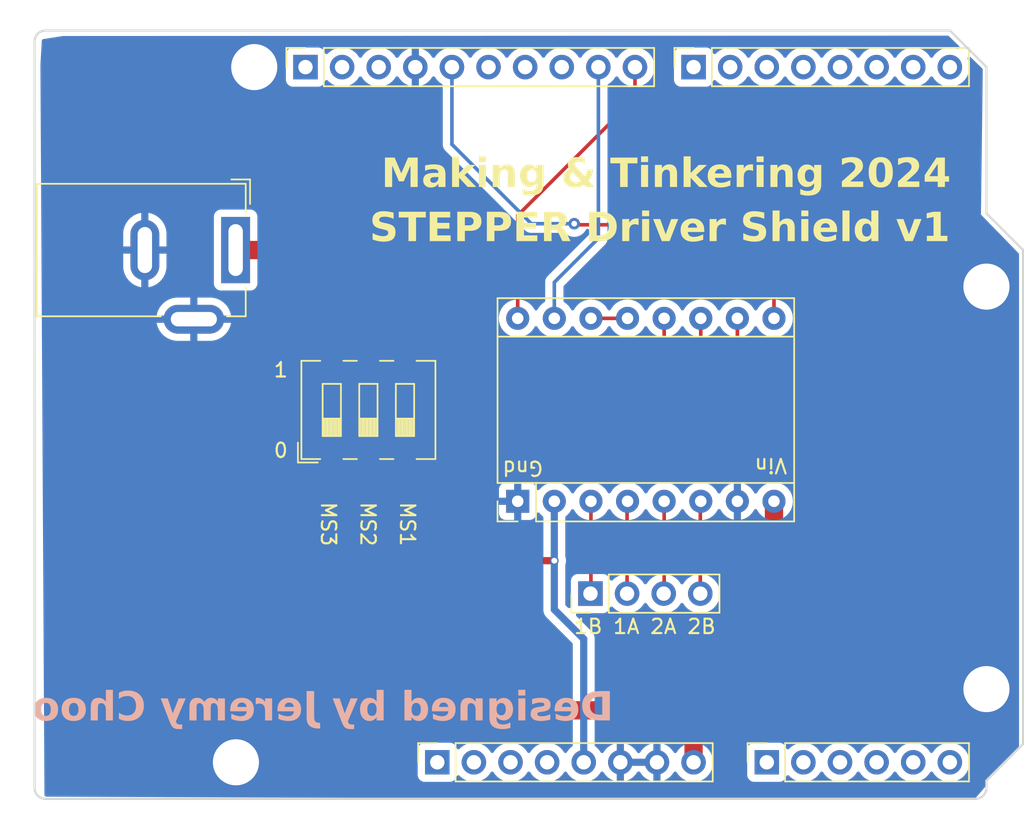
<source format=kicad_pcb>
(kicad_pcb (version 20240108) (generator "pcbnew") (generator_version "8.0")
  (title_block (date "mar. 31 mars 2015"))
  (layers (0 "F.Cu" signal) (31 "B.Cu" signal) (34 "B.Paste" user) (35 "F.Paste" user) (36 "B.SilkS" user "B.Silkscreen") (37 "F.SilkS" user "F.Silkscreen") (38 "B.Mask" user) (39 "F.Mask" user) (44 "Edge.Cuts" user))
  (net 0 "")
  (net 1 "GND")
  (net 3 "+5V")
  (net 4 "/IOREF")
  (net 5 "/A0")
  (net 6 "/A1")
  (net 7 "/A2")
  (net 8 "/A3")
  (net 9 "/SDA{slash}A4")
  (net 10 "/SCL{slash}A5")
  (net 11 "/13")
  (net 12 "/12")
  (net 13 "/AREF")
  (net 14 "/8")
  (net 15 "/7")
  (net 16 "/*11")
  (net 17 "/*10")
  (net 18 "/*9")
  (net 19 "/4")
  (net 20 "/2")
  (net 21 "/*6")
  (net 22 "/*5")
  (net 23 "/TX{slash}1")
  (net 24 "/*3")
  (net 25 "/RX{slash}0")
  (net 26 "+3V3")
  (net 27 "/~{RESET}")
  (net 28 "Net-(A1-MS3)")
  (net 29 "Net-(A1-MS2)")
  (net 30 "Net-(A1-~{RESET})")
  (net 31 "Net-(A1-MS1)")
  (net 32 "+12V")
  (net 33 "Net-(A1-2A)")
  (net 34 "Net-(A1-1B)")
  (net 35 "Net-(A1-2B)")
  (net 36 "Net-(A1-1A)")
  (footprint "Connector_PinSocket_2.54mm:PinSocket_1x08_P2.54mm_Vertical" (layer "F.Cu") (at 127.94 97.46 90)
    (property "Reference" "J1" (hide yes))
    (property "Value" "Power")
    (fp_line (start 1.33 -1.33) (end 1.33 0) (stroke (width 0.12)) (layer "F.SilkS"))
    (fp_line (start 0 -1.33) (end 1.33 -1.33) (stroke (width 0.12)) (layer "F.SilkS"))
    (fp_line (start 1.33 1.27) (end 1.33 19.11) (stroke (width 0.12)) (layer "F.SilkS"))
    (fp_line (start -1.33 1.27) (end 1.33 1.27) (stroke (width 0.12)) (layer "F.SilkS"))
    (fp_line (start -1.33 1.27) (end -1.33 19.11) (stroke (width 0.12)) (layer "F.SilkS"))
    (fp_line (start -1.33 19.11) (end 1.33 19.11) (stroke (width 0.12)) (layer "F.SilkS"))
    (pad "1" thru_hole rect (at 0 0 90) (size 1.7 1.7) (drill 1) (layers "*.Cu" "*.Mask"))
    (pad "2" thru_hole oval (at 0 2.54 90) (size 1.7 1.7) (drill 1) (layers "*.Cu" "*.Mask") (net 4 "/IOREF"))
    (pad "3" thru_hole oval (at 0 5.08 90) (size 1.7 1.7) (drill 1) (layers "*.Cu" "*.Mask") (net 27 "/~{RESET}"))
    (pad "4" thru_hole oval (at 0 7.62 90) (size 1.7 1.7) (drill 1) (layers "*.Cu" "*.Mask") (net 26 "+3V3"))
    (pad "5" thru_hole oval (at 0 10.16 90) (size 1.7 1.7) (drill 1) (layers "*.Cu" "*.Mask") (net 3 "+5V"))
    (pad "6" thru_hole oval (at 0 12.7 90) (size 1.7 1.7) (drill 1) (layers "*.Cu" "*.Mask") (net 1 "GND"))
    (pad "7" thru_hole oval (at 0 15.24 90) (size 1.7 1.7) (drill 1) (layers "*.Cu" "*.Mask") (net 1 "GND"))
    (pad "8" thru_hole oval (at 0 17.78 90) (size 1.7 1.7) (drill 1) (layers "*.Cu" "*.Mask") (net 32 "+12V"))
  )
  (footprint "Connector_PinSocket_2.54mm:PinSocket_1x06_P2.54mm_Vertical" (layer "F.Cu") (at 150.8 97.46 90)
    (property "Reference" "J3" (hide yes))
    (property "Value" "Analog")
    (fp_line (start 1.33 -1.33) (end 1.33 0) (stroke (width 0.12)) (layer "F.SilkS"))
    (fp_line (start 0 -1.33) (end 1.33 -1.33) (stroke (width 0.12)) (layer "F.SilkS"))
    (fp_line (start 1.33 1.27) (end 1.33 14.03) (stroke (width 0.12)) (layer "F.SilkS"))
    (fp_line (start -1.33 1.27) (end 1.33 1.27) (stroke (width 0.12)) (layer "F.SilkS"))
    (fp_line (start -1.33 1.27) (end -1.33 14.03) (stroke (width 0.12)) (layer "F.SilkS"))
    (fp_line (start -1.33 14.03) (end 1.33 14.03) (stroke (width 0.12)) (layer "F.SilkS"))
    (pad "1" thru_hole rect (at 0 0 90) (size 1.7 1.7) (drill 1) (layers "*.Cu" "*.Mask") (net 5 "/A0"))
    (pad "2" thru_hole oval (at 0 2.54 90) (size 1.7 1.7) (drill 1) (layers "*.Cu" "*.Mask") (net 6 "/A1"))
    (pad "3" thru_hole oval (at 0 5.08 90) (size 1.7 1.7) (drill 1) (layers "*.Cu" "*.Mask") (net 7 "/A2"))
    (pad "4" thru_hole oval (at 0 7.62 90) (size 1.7 1.7) (drill 1) (layers "*.Cu" "*.Mask") (net 8 "/A3"))
    (pad "5" thru_hole oval (at 0 10.16 90) (size 1.7 1.7) (drill 1) (layers "*.Cu" "*.Mask") (net 9 "/SDA{slash}A4"))
    (pad "6" thru_hole oval (at 0 12.7 90) (size 1.7 1.7) (drill 1) (layers "*.Cu" "*.Mask") (net 10 "/SCL{slash}A5"))
  )
  (footprint "Connector_PinSocket_2.54mm:PinSocket_1x10_P2.54mm_Vertical" (layer "F.Cu") (at 118.796 49.2 90)
    (property "Reference" "J2" (hide yes))
    (property "Value" "Digital/PWM")
    (fp_line (start 1.33 -1.33) (end 1.33 0) (stroke (width 0.12)) (layer "F.SilkS"))
    (fp_line (start 0 -1.33) (end 1.33 -1.33) (stroke (width 0.12)) (layer "F.SilkS"))
    (fp_line (start 1.33 1.27) (end 1.33 24.19) (stroke (width 0.12)) (layer "F.SilkS"))
    (fp_line (start -1.33 1.27) (end 1.33 1.27) (stroke (width 0.12)) (layer "F.SilkS"))
    (fp_line (start -1.33 1.27) (end -1.33 24.19) (stroke (width 0.12)) (layer "F.SilkS"))
    (fp_line (start -1.33 24.19) (end 1.33 24.19) (stroke (width 0.12)) (layer "F.SilkS"))
    (pad "1" thru_hole rect (at 0 0 90) (size 1.7 1.7) (drill 1) (layers "*.Cu" "*.Mask"))
    (pad "2" thru_hole oval (at 0 2.54 90) (size 1.7 1.7) (drill 1) (layers "*.Cu" "*.Mask"))
    (pad "3" thru_hole oval (at 0 5.08 90) (size 1.7 1.7) (drill 1) (layers "*.Cu" "*.Mask") (net 13 "/AREF"))
    (pad "4" thru_hole oval (at 0 7.62 90) (size 1.7 1.7) (drill 1) (layers "*.Cu" "*.Mask") (net 1 "GND"))
    (pad "5" thru_hole oval (at 0 10.16 90) (size 1.7 1.7) (drill 1) (layers "*.Cu" "*.Mask") (net 11 "/13"))
    (pad "6" thru_hole oval (at 0 12.7 90) (size 1.7 1.7) (drill 1) (layers "*.Cu" "*.Mask") (net 12 "/12"))
    (pad "7" thru_hole oval (at 0 15.24 90) (size 1.7 1.7) (drill 1) (layers "*.Cu" "*.Mask") (net 16 "/*11"))
    (pad "8" thru_hole oval (at 0 17.78 90) (size 1.7 1.7) (drill 1) (layers "*.Cu" "*.Mask") (net 17 "/*10"))
    (pad "9" thru_hole oval (at 0 20.32 90) (size 1.7 1.7) (drill 1) (layers "*.Cu" "*.Mask") (net 18 "/*9"))
    (pad "10" thru_hole oval (at 0 22.86 90) (size 1.7 1.7) (drill 1) (layers "*.Cu" "*.Mask") (net 14 "/8"))
  )
  (footprint "Connector_PinSocket_2.54mm:PinSocket_1x08_P2.54mm_Vertical" (layer "F.Cu") (at 145.72 49.2 90)
    (property "Reference" "J4" (hide yes))
    (property "Value" "Digital/PWM")
    (fp_line (start 1.33 -1.33) (end 1.33 0) (stroke (width 0.12)) (layer "F.SilkS"))
    (fp_line (start 0 -1.33) (end 1.33 -1.33) (stroke (width 0.12)) (layer "F.SilkS"))
    (fp_line (start 1.33 1.27) (end 1.33 19.11) (stroke (width 0.12)) (layer "F.SilkS"))
    (fp_line (start -1.33 1.27) (end 1.33 1.27) (stroke (width 0.12)) (layer "F.SilkS"))
    (fp_line (start -1.33 1.27) (end -1.33 19.11) (stroke (width 0.12)) (layer "F.SilkS"))
    (fp_line (start -1.33 19.11) (end 1.33 19.11) (stroke (width 0.12)) (layer "F.SilkS"))
    (pad "1" thru_hole rect (at 0 0 90) (size 1.7 1.7) (drill 1) (layers "*.Cu" "*.Mask") (net 15 "/7"))
    (pad "2" thru_hole oval (at 0 2.54 90) (size 1.7 1.7) (drill 1) (layers "*.Cu" "*.Mask") (net 21 "/*6"))
    (pad "3" thru_hole oval (at 0 5.08 90) (size 1.7 1.7) (drill 1) (layers "*.Cu" "*.Mask") (net 22 "/*5"))
    (pad "4" thru_hole oval (at 0 7.62 90) (size 1.7 1.7) (drill 1) (layers "*.Cu" "*.Mask") (net 19 "/4"))
    (pad "5" thru_hole oval (at 0 10.16 90) (size 1.7 1.7) (drill 1) (layers "*.Cu" "*.Mask") (net 24 "/*3"))
    (pad "6" thru_hole oval (at 0 12.7 90) (size 1.7 1.7) (drill 1) (layers "*.Cu" "*.Mask") (net 20 "/2"))
    (pad "7" thru_hole oval (at 0 15.24 90) (size 1.7 1.7) (drill 1) (layers "*.Cu" "*.Mask") (net 23 "/TX{slash}1"))
    (pad "8" thru_hole oval (at 0 17.78 90) (size 1.7 1.7) (drill 1) (layers "*.Cu" "*.Mask") (net 25 "/RX{slash}0"))
  )
  (footprint "Connector_BarrelJack:BarrelJack_GCT_DCJ200-10-A_Horizontal" (layer "F.Cu") (at 113.95 61.9 -90)
    (property "Reference" "J7")
    (property "Value" "Barrel_Jack_Switch_Pin3Ring")
    (fp_line (start -4.6 13.8) (end -4.6 -0.7) (stroke (width 0.12)) (layer "F.SilkS"))
    (fp_line (start 4.6 13.8) (end -4.6 13.8) (stroke (width 0.12)) (layer "F.SilkS"))
    (fp_line (start 4.6 5.2) (end 4.6 13.8) (stroke (width 0.12)) (layer "F.SilkS"))
    (fp_line (start -4.6 -0.7) (end -2.6 -0.7) (stroke (width 0.12)) (layer "F.SilkS"))
    (fp_line (start 2.6 -0.7) (end 4.6 -0.7) (stroke (width 0.12)) (layer "F.SilkS"))
    (fp_line (start 4.6 -0.7) (end 4.6 0.6) (stroke (width 0.12)) (layer "F.SilkS"))
    (fp_line (start -4.9 -1) (end -4.9 0.3) (stroke (width 0.12)) (layer "F.SilkS"))
    (fp_line (start -3.2 -1) (end -4.9 -1) (stroke (width 0.12)) (layer "F.SilkS"))
    (pad "1" thru_hole rect (at 0 0 270) (size 4.6 2) (drill oval 3.6 1) (layers "*.Cu" "*.Mask") (net 32 "+12V"))
    (pad "2" thru_hole oval (at 0 6.3 270) (size 4.2 2) (drill oval 3.2 1) (layers "*.Cu" "*.Mask") (net 1 "GND"))
    (pad "3" thru_hole oval (at 4.8 2.9 270) (size 2 4.2) (drill oval 1 3.2) (layers "*.Cu" "*.Mask") (net 1 "GND"))
  )
  (footprint "Arduino_MountingHole:MountingHole_3.2mm" (layer "F.Cu") (at 115.24 49.2)
    (property "Reference" "MH1" (hide yes))
    (property "Value" "MountingHole_3.2mm" (hide yes))
    (pad "" np_thru_hole circle (at 0 0) (size 3.2 3.2) (drill 3.2) (layers "*.Cu" "*.Mask"))
  )
  (footprint "Button_Switch_SMD:SW_DIP_SPSTx03_Slide_6.7x9.18mm_W8.61mm_P2.54mm_LowProfile" (layer "F.Cu") (at 123.16 73 90)
    (property "Reference" "SW1" (hide yes))
    (property "Value" "SW_DIP_x03")
    (fp_line (start -3.65 -4.89) (end -2.267 -4.89) (stroke (width 0.12)) (layer "F.SilkS"))
    (fp_line (start -3.65 -4.89) (end -3.65 -3.507) (stroke (width 0.12)) (layer "F.SilkS"))
    (fp_line (start 3.41 -4.65) (end 3.41 -3.34) (stroke (width 0.12)) (layer "F.SilkS"))
    (fp_line (start -3.41 -4.65) (end 3.41 -4.65) (stroke (width 0.12)) (layer "F.SilkS"))
    (fp_line (start -3.41 -4.65) (end -3.41 -3.34) (stroke (width 0.12)) (layer "F.SilkS"))
    (fp_line (start 1.81 -3.175) (end -1.81 -3.175) (stroke (width 0.12)) (layer "F.SilkS"))
    (fp_line (start -0.603333 -3.175) (end -0.603333 -1.905) (stroke (width 0.12)) (layer "F.SilkS"))
    (fp_line (start -1.81 -3.175) (end -1.81 -1.905) (stroke (width 0.12)) (layer "F.SilkS"))
    (fp_line (start -1.81 -3.055) (end -0.603333 -3.055) (stroke (width 0.12)) (layer "F.SilkS"))
    (fp_line (start -1.81 -2.935) (end -0.603333 -2.935) (stroke (width 0.12)) (layer "F.SilkS"))
    (fp_line (start -1.81 -2.815) (end -0.603333 -2.815) (stroke (width 0.12)) (layer "F.SilkS"))
    (fp_line (start -1.81 -2.695) (end -0.603333 -2.695) (stroke (width 0.12)) (layer "F.SilkS"))
    (fp_line (start -1.81 -2.575) (end -0.603333 -2.575) (stroke (width 0.12)) (layer "F.SilkS"))
    (fp_line (start -1.81 -2.455) (end -0.603333 -2.455) (stroke (width 0.12)) (layer "F.SilkS"))
    (fp_line (start -1.81 -2.335) (end -0.603333 -2.335) (stroke (width 0.12)) (layer "F.SilkS"))
    (fp_line (start -1.81 -2.215) (end -0.603333 -2.215) (stroke (width 0.12)) (layer "F.SilkS"))
    (fp_line (start -1.81 -2.095) (end -0.603333 -2.095) (stroke (width 0.12)) (layer "F.SilkS"))
    (fp_line (start -1.81 -1.975) (end -0.603333 -1.975) (stroke (width 0.12)) (layer "F.SilkS"))
    (fp_line (start 1.81 -1.905) (end 1.81 -3.175) (stroke (width 0.12)) (layer "F.SilkS"))
    (fp_line (start -1.81 -1.905) (end 1.81 -1.905) (stroke (width 0.12)) (layer "F.SilkS"))
    (fp_line (start 3.41 -1.74) (end 3.41 -0.8) (stroke (width 0.12)) (layer "F.SilkS"))
    (fp_line (start -3.41 -1.74) (end -3.41 -0.8) (stroke (width 0.12)) (layer "F.SilkS"))
    (fp_line (start 1.81 -0.635) (end -1.81 -0.635) (stroke (width 0.12)) (layer "F.SilkS"))
    (fp_line (start -0.603333 -0.635) (end -0.603333 0.635) (stroke (width 0.12)) (layer "F.SilkS"))
    (fp_line (start -1.81 -0.635) (end -1.81 0.635) (stroke (width 0.12)) (layer "F.SilkS"))
    (fp_line (start -1.81 -0.515) (end -0.603333 -0.515) (stroke (width 0.12)) (layer "F.SilkS"))
    (fp_line (start -1.81 -0.395) (end -0.603333 -0.395) (stroke (width 0.12)) (layer "F.SilkS"))
    (fp_line (start -1.81 -0.275) (end -0.603333 -0.275) (stroke (width 0.12)) (layer "F.SilkS"))
    (fp_line (start -1.81 -0.155) (end -0.603333 -0.155) (stroke (width 0.12)) (layer "F.SilkS"))
    (fp_line (start -1.81 -0.035) (end -0.603333 -0.035) (stroke (width 0.12)) (layer "F.SilkS"))
    (fp_line (start -1.81 0.085) (end -0.603333 0.085) (stroke (width 0.12)) (layer "F.SilkS"))
    (fp_line (start -1.81 0.205) (end -0.603333 0.205) (stroke (width 0.12)) (layer "F.SilkS"))
    (fp_line (start -1.81 0.325) (end -0.603333 0.325) (stroke (width 0.12)) (layer "F.SilkS"))
    (fp_line (start -1.81 0.445) (end -0.603333 0.445) (stroke (width 0.12)) (layer "F.SilkS"))
    (fp_line (start -1.81 0.565) (end -0.603333 0.565) (stroke (width 0.12)) (layer "F.SilkS"))
    (fp_line (start 1.81 0.635) (end 1.81 -0.635) (stroke (width 0.12)) (layer "F.SilkS"))
    (fp_line (start -1.81 0.635) (end 1.81 0.635) (stroke (width 0.12)) (layer "F.SilkS"))
    (fp_line (start 3.41 0.8) (end 3.41 1.74) (stroke (width 0.12)) (layer "F.SilkS"))
    (fp_line (start -3.41 0.8) (end -3.41 1.74) (stroke (width 0.12)) (layer "F.SilkS"))
    (fp_line (start 1.81 1.905) (end -1.81 1.905) (stroke (width 0.12)) (layer "F.SilkS"))
    (fp_line (start -0.603333 1.905) (end -0.603333 3.175) (stroke (width 0.12)) (layer "F.SilkS"))
    (fp_line (start -1.81 1.905) (end -1.81 3.175) (stroke (width 0.12)) (layer "F.SilkS"))
    (fp_line (start -1.81 2.025) (end -0.603333 2.025) (stroke (width 0.12)) (layer "F.SilkS"))
    (fp_line (start -1.81 2.145) (end -0.603333 2.145) (stroke (width 0.12)) (layer "F.SilkS"))
    (fp_line (start -1.81 2.265) (end -0.603333 2.265) (stroke (width 0.12)) (layer "F.SilkS"))
    (fp_line (start -1.81 2.385) (end -0.603333 2.385) (stroke (width 0.12)) (layer "F.SilkS"))
    (fp_line (start -1.81 2.505) (end -0.603333 2.505) (stroke (width 0.12)) (layer "F.SilkS"))
    (fp_line (start -1.81 2.625) (end -0.603333 2.625) (stroke (width 0.12)) (layer "F.SilkS"))
    (fp_line (start -1.81 2.745) (end -0.603333 2.745) (stroke (width 0.12)) (layer "F.SilkS"))
    (fp_line (start -1.81 2.865) (end -0.603333 2.865) (stroke (width 0.12)) (layer "F.SilkS"))
    (fp_line (start -1.81 2.985) (end -0.603333 2.985) (stroke (width 0.12)) (layer "F.SilkS"))
    (fp_line (start -1.81 3.105) (end -0.603333 3.105) (stroke (width 0.12)) (layer "F.SilkS"))
    (fp_line (start 1.81 3.175) (end 1.81 1.905) (stroke (width 0.12)) (layer "F.SilkS"))
    (fp_line (start -1.81 3.175) (end 1.81 3.175) (stroke (width 0.12)) (layer "F.SilkS"))
    (fp_line (start 3.41 3.34) (end 3.41 4.65) (stroke (width 0.12)) (layer "F.SilkS"))
    (fp_line (start -3.41 3.34) (end -3.41 4.65) (stroke (width 0.12)) (layer "F.SilkS"))
    (fp_line (start -3.41 4.65) (end 3.41 4.65) (stroke (width 0.12)) (layer "F.SilkS"))
    (pad "1" smd rect (at -4.305 -2.54 90) (size 2.44 1.12) (layers "F.Cu" "F.Paste" "F.Mask") (net 28 "Net-(A1-MS3)"))
    (pad "2" smd rect (at -4.305 0 90) (size 2.44 1.12) (layers "F.Cu" "F.Paste" "F.Mask") (net 29 "Net-(A1-MS2)"))
    (pad "3" smd rect (at -4.305 2.54 90) (size 2.44 1.12) (layers "F.Cu" "F.Paste" "F.Mask") (net 31 "Net-(A1-MS1)"))
    (pad "4" smd rect (at 4.305 2.54 90) (size 2.44 1.12) (layers "F.Cu" "F.Paste" "F.Mask") (net 3 "+5V"))
    (pad "5" smd rect (at 4.305 0 90) (size 2.44 1.12) (layers "F.Cu" "F.Paste" "F.Mask") (net 3 "+5V"))
    (pad "6" smd rect (at 4.305 -2.54 90) (size 2.44 1.12) (layers "F.Cu" "F.Paste" "F.Mask") (net 3 "+5V"))
  )
  (footprint "Connector_PinHeader_2.54mm:PinHeader_1x04_P2.54mm_Vertical" (layer "F.Cu") (at 138.5672 85.7506 90)
    (property "Reference" "J5")
    (property "Value" "Conn_01x04")
    (fp_line (start -1.33 -1.33) (end 0 -1.33) (stroke (width 0.12)) (layer "F.SilkS"))
    (fp_line (start -1.33 0) (end -1.33 -1.33) (stroke (width 0.12)) (layer "F.SilkS"))
    (fp_line (start 1.33 1.27) (end 1.33 8.95) (stroke (width 0.12)) (layer "F.SilkS"))
    (fp_line (start -1.33 1.27) (end 1.33 1.27) (stroke (width 0.12)) (layer "F.SilkS"))
    (fp_line (start -1.33 1.27) (end -1.33 8.95) (stroke (width 0.12)) (layer "F.SilkS"))
    (fp_line (start -1.33 8.95) (end 1.33 8.95) (stroke (width 0.12)) (layer "F.SilkS"))
    (pad "1" thru_hole rect (at 0 0 90) (size 1.7 1.7) (drill 1) (layers "*.Cu" "*.Mask") (net 34 "Net-(A1-1B)"))
    (pad "2" thru_hole oval (at 0 2.54 90) (size 1.7 1.7) (drill 1) (layers "*.Cu" "*.Mask") (net 36 "Net-(A1-1A)"))
    (pad "3" thru_hole oval (at 0 5.08 90) (size 1.7 1.7) (drill 1) (layers "*.Cu" "*.Mask") (net 33 "Net-(A1-2A)"))
    (pad "4" thru_hole oval (at 0 7.62 90) (size 1.7 1.7) (drill 1) (layers "*.Cu" "*.Mask") (net 35 "Net-(A1-2B)"))
  )
  (footprint "Module:Pololu_Breakout-16_15.2x20.3mm" (layer "F.Cu") (at 133.52 79.34 90)
    (property "Reference" "A1")
    (property "Value" "Pololu_Breakout_A4988")
    (fp_line (start 14.1 -1.4) (end 1.27 -1.4) (stroke (width 0.12)) (layer "F.SilkS"))
    (fp_line (start 11.43 -1.4) (end 11.43 19.18) (stroke (width 0.12)) (layer "F.SilkS"))
    (fp_line (start 1.27 -1.4) (end 1.27 1.27) (stroke (width 0.12)) (layer "F.SilkS"))
    (fp_line (start 0 -1.4) (end -1.4 -1.4) (stroke (width 0.12)) (layer "F.SilkS"))
    (fp_line (start -1.4 -1.4) (end -1.4 0) (stroke (width 0.12)) (layer "F.SilkS"))
    (fp_line (start 1.27 1.27) (end -1.4 1.27) (stroke (width 0.12)) (layer "F.SilkS"))
    (fp_line (start 1.27 1.27) (end 1.27 19.18) (stroke (width 0.12)) (layer "F.SilkS"))
    (fp_line (start -1.4 1.27) (end -1.4 19.18) (stroke (width 0.12)) (layer "F.SilkS"))
    (fp_line (start 14.1 19.18) (end 14.1 -1.4) (stroke (width 0.12)) (layer "F.SilkS"))
    (fp_line (start -1.4 19.18) (end 14.1 19.18) (stroke (width 0.12)) (layer "F.SilkS"))
    (pad "1" thru_hole rect (at 0 0 90) (size 1.6 1.6) (drill 0.8) (layers "*.Cu" "*.Mask") (net 1 "GND"))
    (pad "2" thru_hole oval (at 0 2.54 90) (size 1.6 1.6) (drill 0.8) (layers "*.Cu" "*.Mask") (net 3 "+5V"))
    (pad "3" thru_hole oval (at 0 5.08 90) (size 1.6 1.6) (drill 0.8) (layers "*.Cu" "*.Mask") (net 34 "Net-(A1-1B)"))
    (pad "4" thru_hole oval (at 0 7.62 90) (size 1.6 1.6) (drill 0.8) (layers "*.Cu" "*.Mask") (net 36 "Net-(A1-1A)"))
    (pad "5" thru_hole oval (at 0 10.16 90) (size 1.6 1.6) (drill 0.8) (layers "*.Cu" "*.Mask") (net 33 "Net-(A1-2A)"))
    (pad "6" thru_hole oval (at 0 12.7 90) (size 1.6 1.6) (drill 0.8) (layers "*.Cu" "*.Mask") (net 35 "Net-(A1-2B)"))
    (pad "7" thru_hole oval (at 0 15.24 90) (size 1.6 1.6) (drill 0.8) (layers "*.Cu" "*.Mask") (net 1 "GND"))
    (pad "8" thru_hole oval (at 0 17.78 90) (size 1.6 1.6) (drill 0.8) (layers "*.Cu" "*.Mask") (net 32 "+12V"))
    (pad "9" thru_hole oval (at 12.7 17.78 90) (size 1.6 1.6) (drill 0.8) (layers "*.Cu" "*.Mask") (net 11 "/13"))
    (pad "10" thru_hole oval (at 12.7 15.24 90) (size 1.6 1.6) (drill 0.8) (layers "*.Cu" "*.Mask") (net 31 "Net-(A1-MS1)"))
    (pad "11" thru_hole oval (at 12.7 12.7 90) (size 1.6 1.6) (drill 0.8) (layers "*.Cu" "*.Mask") (net 29 "Net-(A1-MS2)"))
    (pad "12" thru_hole oval (at 12.7 10.16 90) (size 1.6 1.6) (drill 0.8) (layers "*.Cu" "*.Mask") (net 28 "Net-(A1-MS3)"))
    (pad "13" thru_hole oval (at 12.7 7.62 90) (size 1.6 1.6) (drill 0.8) (layers "*.Cu" "*.Mask") (net 30 "Net-(A1-~{RESET})"))
    (pad "14" thru_hole oval (at 12.7 5.08 90) (size 1.6 1.6) (drill 0.8) (layers "*.Cu" "*.Mask") (net 30 "Net-(A1-~{RESET})"))
    (pad "15" thru_hole oval (at 12.7 2.54 90) (size 1.6 1.6) (drill 0.8) (layers "*.Cu" "*.Mask") (net 18 "/*9"))
    (pad "16" thru_hole oval (at 12.7 0 90) (size 1.6 1.6) (drill 0.8) (layers "*.Cu" "*.Mask") (net 14 "/8"))
  )
  (footprint "Arduino_MountingHole:MountingHole_3.2mm" (layer "F.Cu") (at 113.97 97.46)
    (property "Reference" "MH2" (hide yes))
    (property "Value" "MountingHole_3.2mm" (hide yes))
    (pad "" np_thru_hole circle (at 0 0) (size 3.2 3.2) (drill 3.2) (layers "*.Cu" "*.Mask"))
  )
  (footprint "Arduino_MountingHole:MountingHole_3.2mm" (layer "F.Cu") (at 166.04 64.44)
    (property "Reference" "MH3" (hide yes))
    (property "Value" "MountingHole_3.2mm" (hide yes))
    (pad "" np_thru_hole circle (at 0 0) (size 3.2 3.2) (drill 3.2) (layers "*.Cu" "*.Mask"))
  )
  (footprint "Arduino_MountingHole:MountingHole_3.2mm" (layer "F.Cu") (at 166.04 92.38)
    (property "Reference" "MH4" (hide yes))
    (property "Value" "MountingHole_3.2mm" (hide yes))
    (pad "" np_thru_hole circle (at 0 0) (size 3.2 3.2) (drill 3.2) (layers "*.Cu" "*.Mask"))
  )
  (gr_line (start 166.04 59.36) (end 168.58 61.9) (stroke (width 0.15)) (layer "Edge.Cuts"))
  (gr_line (start 100 99.238) (end 100 47.422) (stroke (width 0.15)) (layer "Edge.Cuts"))
  (gr_line (start 168.58 61.9) (end 168.58 96.19) (stroke (width 0.15)) (layer "Edge.Cuts"))
  (gr_line (start 165.278 100) (end 100.762 100) (stroke (width 0.15)) (layer "Edge.Cuts"))
  (gr_line (start 100.762 46.66) (end 163.5 46.66) (stroke (width 0.15)) (layer "Edge.Cuts"))
  (gr_arc (start 100.762 100) (mid 100.223185 99.776815) (end 100 99.238) (stroke (width 0.15)) (layer "Edge.Cuts"))
  (gr_line (start 168.58 96.19) (end 166.04 98.73) (stroke (width 0.15)) (layer "Edge.Cuts"))
  (gr_line (start 163.5 46.66) (end 166.04 49.2) (stroke (width 0.15)) (layer "Edge.Cuts"))
  (gr_arc (start 166.04 99.238) (mid 165.816815 99.776815) (end 165.278 100) (stroke (width 0.15)) (layer "Edge.Cuts"))
  (gr_line (start 166.04 49.2) (end 166.04 59.36) (stroke (width 0.15)) (layer "Edge.Cuts"))
  (gr_line (start 166.04 98.73) (end 166.04 99.238) (stroke (width 0.15)) (layer "Edge.Cuts"))
  (gr_arc (start 100 47.422) (mid 100.223185 46.883185) (end 100.762 46.66) (stroke (width 0.15)) (layer "Edge.Cuts"))
  (gr_text "Designed by Jeremy Choo" (at 140.169033 94.8946 0) (layer "B.SilkS") (effects (font (size 2 2) (thickness 0.3) (bold yes)) (justify left bottom mirror)))
  (gr_text "0" (at 116.51 76.39575 0) (layer "F.SilkS") (effects (font (size 1 1)) (justify left bottom)))
  (gr_text "MS3" (at 119.80255 79.299 270) (layer "F.SilkS") (effects (font (size 1 1)) (justify left bottom)))
  (gr_text "STEPPER Driver Shield v1" (at 123.234121 61.6206 0) (layer "F.SilkS") (effects (font (size 2 2) (thickness 0.3) (bold yes)) (justify left bottom)))
  (gr_text "MS1" (at 125.28895 79.299 270) (layer "F.SilkS") (effects (font (size 1 1)) (justify left bottom)))
  (gr_text "Vin" (at 152.2986 76.2764 180) (layer "F.SilkS") (effects (font (size 1 1)) (justify left bottom)))
  (gr_text "MS2" (at 122.54575 79.299 270) (layer "F.SilkS") (effects (font (size 1 1)) (justify left bottom)))
  (gr_text "1" (at 116.51 70.80775 0) (layer "F.SilkS") (effects (font (size 1 1)) (justify left bottom)))
  (gr_text "1B 1A 2A 2B\n" (at 137.337438 88.6208 0) (layer "F.SilkS") (effects (font (size 1 1)) (justify left bottom)))
  (gr_text "Gnd" (at 135.3822 76.4542 180) (layer "F.SilkS") (effects (font (size 1 1)) (justify left bottom)))
  (gr_text "Making & Tinkering 2024" (at 124.0538 57.8614 0) (layer "F.SilkS") (effects (font (size 2 2) (thickness 0.3) (bold yes)) (justify left bottom)))
  (segment (start 116.5608 70.4344) (end 118.3002 68.695) (width 0.5) (layer "F.Cu") (net 3))
  (segment (start 118.3002 68.695) (end 120.62 68.695) (width 0.5) (layer "F.Cu") (net 3))
  (segment (start 120.62 68.695) (end 125.7 68.695) (width 0.5) (layer "F.Cu") (net 3))
  (segment (start 121.6916 83.4646) (end 116.5608 78.3338) (width 0.5) (layer "F.Cu") (net 3))
  (segment (start 136.06 83.4646) (end 121.6916 83.4646) (width 0.5) (layer "F.Cu") (net 3))
  (segment (start 116.5608 78.3338) (end 116.5608 70.4344) (width 0.5) (layer "F.Cu") (net 3))
  (via (at 136.06 83.4646) (size 0.6) (drill 0.4) (layers "F.Cu" "B.Cu") (net 3))
  (segment (start 136.06 86.8602) (end 138.1 88.9002) (width 0.5) (layer "B.Cu") (net 3))
  (segment (start 136.06 83.4646) (end 136.06 86.8602) (width 0.5) (layer "B.Cu") (net 3))
  (segment (start 136.06 83.4646) (end 136.06 79.34) (width 0.5) (layer "B.Cu") (net 3))
  (segment (start 138.1 88.9002) (end 138.1 97.46) (width 0.5) (layer "B.Cu") (net 3))
  (segment (start 148.514 60.1474) (end 151.3 62.9334) (width 0.25) (layer "F.Cu") (net 11))
  (segment (start 151.3 62.9334) (end 151.3 66.64) (width 0.25) (layer "F.Cu") (net 11))
  (segment (start 137.4396 60.0712) (end 137.5158 60.1474) (width 0.25) (layer "F.Cu") (net 11))
  (segment (start 137.5158 60.1474) (end 148.514 60.1474) (width 0.25) (layer "F.Cu") (net 11))
  (via (at 137.4396 60.0712) (size 0.8) (drill 0.4) (layers "F.Cu" "B.Cu") (net 11))
  (segment (start 134.4678 60.0712) (end 128.956 54.5594) (width 0.25) (layer "B.Cu") (net 11))
  (segment (start 128.956 54.5594) (end 128.956 49.2) (width 0.25) (layer "B.Cu") (net 11))
  (segment (start 137.4396 60.0712) (end 134.4678 60.0712) (width 0.25) (layer "B.Cu") (net 11))
  (segment (start 133.52 66.64) (end 133.52 59.495) (width 0.25) (layer "F.Cu") (net 14))
  (segment (start 133.52 59.495) (end 141.656 51.359) (width 0.25) (layer "F.Cu") (net 14))
  (segment (start 141.656 51.359) (end 141.656 49.2) (width 0.25) (layer "F.Cu") (net 14))
  (segment (start 136.06 66.64) (end 136.06 64.1432) (width 0.25) (layer "B.Cu") (net 18))
  (segment (start 136.06 64.1432) (end 139.116 61.0872) (width 0.25) (layer "B.Cu") (net 18))
  (segment (start 139.116 61.0872) (end 139.116 49.2) (width 0.25) (layer "B.Cu") (net 18))
  (segment (start 122.6314 73.076) (end 138.8112 73.076) (width 0.25) (layer "F.Cu") (net 28))
  (segment (start 143.68 68.2072) (end 143.68 66.64) (width 0.25) (layer "F.Cu") (net 28))
  (segment (start 120.62 77.305) (end 120.62 75.0874) (width 0.25) (layer "F.Cu") (net 28))
  (segment (start 120.62 75.0874) (end 122.6314 73.076) (width 0.25) (layer "F.Cu") (net 28))
  (segment (start 138.8112 73.076) (end 143.68 68.2072) (width 0.25) (layer "F.Cu") (net 28))
  (segment (start 139.9288 74.5492) (end 146.22 68.258) (width 0.25) (layer "F.Cu") (net 29))
  (segment (start 124.0284 74.5492) (end 139.9288 74.5492) (width 0.25) (layer "F.Cu") (net 29))
  (segment (start 123.16 75.4176) (end 124.0284 74.5492) (width 0.25) (layer "F.Cu") (net 29))
  (segment (start 123.16 77.305) (end 123.16 75.4176) (width 0.25) (layer "F.Cu") (net 29))
  (segment (start 146.22 68.258) (end 146.22 66.64) (width 0.25) (layer "F.Cu") (net 29))
  (segment (start 138.6 66.64) (end 141.14 66.64) (width 0.25) (layer "F.Cu") (net 30))
  (segment (start 125.7 77.305) (end 140.8306 77.305) (width 0.25) (layer "F.Cu") (net 31))
  (segment (start 140.8306 77.305) (end 148.76 69.3756) (width 0.25) (layer "F.Cu") (net 31))
  (segment (start 148.76 69.3756) (end 148.76 66.64) (width 0.25) (layer "F.Cu") (net 31))
  (segment (start 115.6972 61.9) (end 117.4498 63.6526) (width 1.27) (layer "F.Cu") (net 32))
  (segment (start 117.4498 63.6526) (end 117.4498 65.9386) (width 1.27) (layer "F.Cu") (net 32))
  (segment (start 151.3 86.2158) (end 148.1838 89.332) (width 1.27) (layer "F.Cu") (net 32))
  (segment (start 113.95 61.9) (end 115.6972 61.9) (width 1.27) (layer "F.Cu") (net 32))
  (segment (start 114.2748 69.1136) (end 114.2748 80.3658) (width 1.27) (layer "F.Cu") (net 32))
  (segment (start 148.1838 89.332) (end 142.5196 89.332) (width 1.27) (layer "F.Cu") (net 32))
  (segment (start 144.2976 93.8532) (end 145.72 95.2756) (width 1.27) (layer "F.Cu") (net 32))
  (segment (start 151.3 79.34) (end 151.3 86.2158) (width 1.27) (layer "F.Cu") (net 32))
  (segment (start 127.7622 93.8532) (end 144.2976 93.8532) (width 1.27) (layer "F.Cu") (net 32))
  (segment (start 117.4498 65.9386) (end 114.2748 69.1136) (width 1.27) (layer "F.Cu") (net 32))
  (segment (start 114.2748 80.3658) (end 127.7622 93.8532) (width 1.27) (layer "F.Cu") (net 32))
  (segment (start 140.4114 91.4402) (end 140.4114 93.8532) (width 1.27) (layer "F.Cu") (net 32))
  (segment (start 142.5196 89.332) (end 140.4114 91.4402) (width 1.27) (layer "F.Cu") (net 32))
  (segment (start 145.72 95.2756) (end 145.72 97.46) (width 1.27) (layer "F.Cu") (net 32))
  (segment (start 143.68 79.34) (end 143.68 85.7178) (width 0.25) (layer "F.Cu") (net 33))
  (segment (start 143.68 85.7178) (end 143.6472 85.7506) (width 0.25) (layer "F.Cu") (net 33))
  (segment (start 138.6 79.34) (end 138.6 85.7178) (width 0.25) (layer "F.Cu") (net 34))
  (segment (start 138.6 85.7178) (end 138.5672 85.7506) (width 0.25) (layer "F.Cu") (net 34))
  (segment (start 146.1872 79.3728) (end 146.22 79.34) (width 0.25) (layer "F.Cu") (net 35))
  (segment (start 146.1872 85.7506) (end 146.1872 79.3728) (width 0.25) (layer "F.Cu") (net 35))
  (segment (start 141.1072 85.7506) (end 141.1072 79.3728) (width 0.25) (layer "F.Cu") (net 36))
  (segment (start 141.1072 79.3728) (end 141.14 79.34) (width 0.25) (layer "F.Cu") (net 36))
  (zone (net 1) (net_name "GND") (layer "B.Cu") (connect_pads (clearance 0.508)) (min_thickness 0.25) (fill yes (thermal_gap 0.5) (thermal_bridge_width 0.5))
    (polygon (pts (xy 100.508 47.2696) (xy 100.4064 49.0222) (xy 100.6858 99.8476) (xy 165.1764 100.0762) (xy 168.3006 96.4186) (xy 168.3006 62.154) (xy 165.659 59.4362) (xy 165.786 49.327) (xy 163.3984 47.0156) (xy 101.9558 47.041)))
  )
)
</source>
